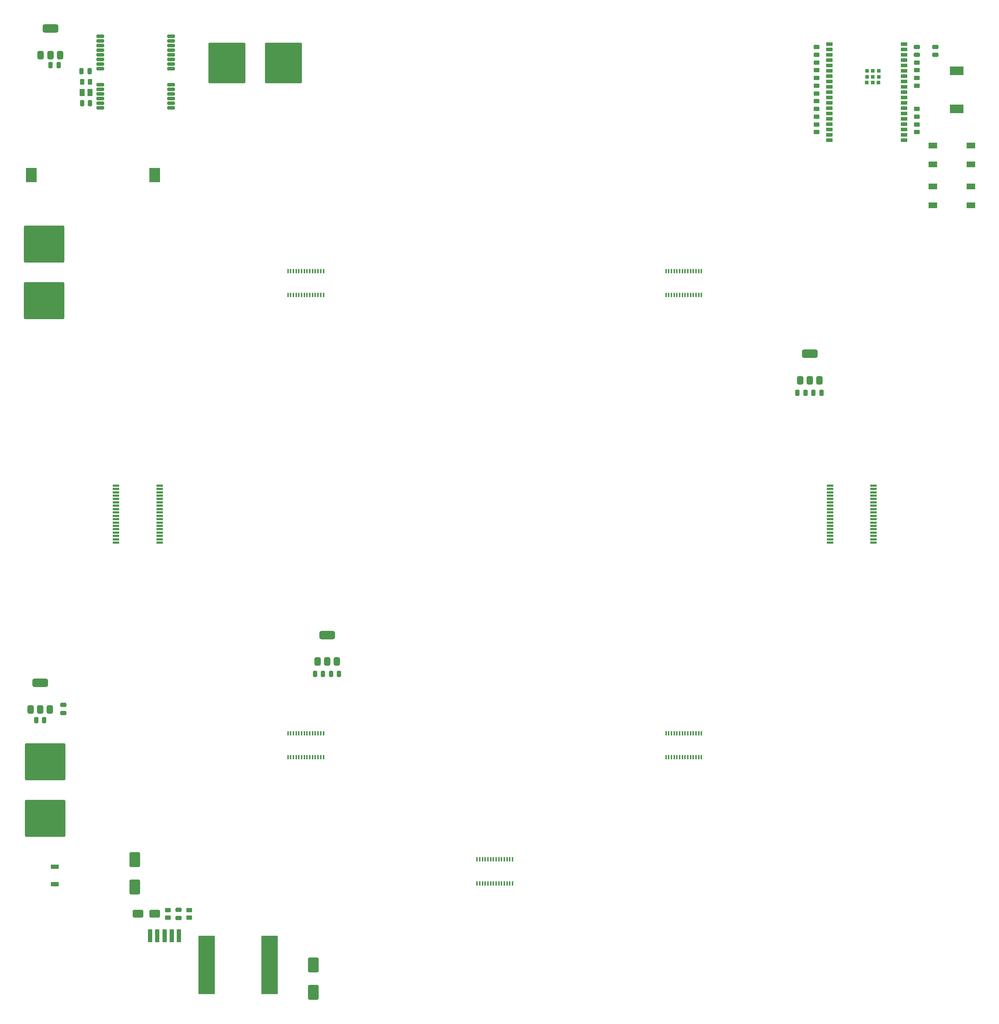
<source format=gbr>
%TF.GenerationSoftware,KiCad,Pcbnew,8.0.3*%
%TF.CreationDate,2024-06-09T22:24:32+02:00*%
%TF.ProjectId,broadcast_clock,62726f61-6463-4617-9374-5f636c6f636b,rev?*%
%TF.SameCoordinates,Original*%
%TF.FileFunction,Paste,Bot*%
%TF.FilePolarity,Positive*%
%FSLAX46Y46*%
G04 Gerber Fmt 4.6, Leading zero omitted, Abs format (unit mm)*
G04 Created by KiCad (PCBNEW 8.0.3) date 2024-06-09 22:24:32*
%MOMM*%
%LPD*%
G01*
G04 APERTURE LIST*
G04 Aperture macros list*
%AMRoundRect*
0 Rectangle with rounded corners*
0 $1 Rounding radius*
0 $2 $3 $4 $5 $6 $7 $8 $9 X,Y pos of 4 corners*
0 Add a 4 corners polygon primitive as box body*
4,1,4,$2,$3,$4,$5,$6,$7,$8,$9,$2,$3,0*
0 Add four circle primitives for the rounded corners*
1,1,$1+$1,$2,$3*
1,1,$1+$1,$4,$5*
1,1,$1+$1,$6,$7*
1,1,$1+$1,$8,$9*
0 Add four rect primitives between the rounded corners*
20,1,$1+$1,$2,$3,$4,$5,0*
20,1,$1+$1,$4,$5,$6,$7,0*
20,1,$1+$1,$6,$7,$8,$9,0*
20,1,$1+$1,$8,$9,$2,$3,0*%
G04 Aperture macros list end*
%ADD10R,4.000000X14.000000*%
%ADD11R,3.200000X2.000000*%
%ADD12R,2.100000X1.400000*%
%ADD13R,1.200000X1.800000*%
%ADD14RoundRect,0.200000X0.700000X0.200000X-0.700000X0.200000X-0.700000X-0.200000X0.700000X-0.200000X0*%
%ADD15RoundRect,0.250000X0.450000X-0.262500X0.450000X0.262500X-0.450000X0.262500X-0.450000X-0.262500X0*%
%ADD16RoundRect,0.250000X-0.450000X0.262500X-0.450000X-0.262500X0.450000X-0.262500X0.450000X0.262500X0*%
%ADD17R,0.400000X1.100000*%
%ADD18RoundRect,0.375000X0.375000X-0.625000X0.375000X0.625000X-0.375000X0.625000X-0.375000X-0.625000X0*%
%ADD19RoundRect,0.500000X1.400000X-0.500000X1.400000X0.500000X-1.400000X0.500000X-1.400000X-0.500000X0*%
%ADD20RoundRect,0.250000X-0.475000X0.250000X-0.475000X-0.250000X0.475000X-0.250000X0.475000X0.250000X0*%
%ADD21R,2.540000X3.510000*%
%ADD22RoundRect,0.249999X-4.550001X4.150001X-4.550001X-4.150001X4.550001X-4.150001X4.550001X4.150001X0*%
%ADD23R,0.900000X0.900000*%
%ADD24R,0.900000X0.880000*%
%ADD25R,1.500000X0.900000*%
%ADD26RoundRect,0.250000X-1.000000X1.500000X-1.000000X-1.500000X1.000000X-1.500000X1.000000X1.500000X0*%
%ADD27RoundRect,0.250000X-0.250000X-0.475000X0.250000X-0.475000X0.250000X0.475000X-0.250000X0.475000X0*%
%ADD28RoundRect,0.249999X-4.150001X-4.550001X4.150001X-4.550001X4.150001X4.550001X-4.150001X4.550001X0*%
%ADD29RoundRect,0.250000X1.000000X0.650000X-1.000000X0.650000X-1.000000X-0.650000X1.000000X-0.650000X0*%
%ADD30RoundRect,0.250000X0.262500X0.450000X-0.262500X0.450000X-0.262500X-0.450000X0.262500X-0.450000X0*%
%ADD31RoundRect,0.250000X0.250000X0.475000X-0.250000X0.475000X-0.250000X-0.475000X0.250000X-0.475000X0*%
%ADD32RoundRect,0.250000X0.475000X-0.250000X0.475000X0.250000X-0.475000X0.250000X-0.475000X-0.250000X0*%
%ADD33R,1.500000X0.500000*%
%ADD34R,1.016000X3.050000*%
%ADD35RoundRect,0.250000X1.000000X-1.500000X1.000000X1.500000X-1.000000X1.500000X-1.000000X-1.500000X0*%
%ADD36R,1.890000X1.140000*%
G04 APERTURE END LIST*
D10*
%TO.C,L1*%
X76858000Y-252730000D03*
X91798000Y-252730000D03*
%TD*%
D11*
%TO.C,BZ1*%
X255397000Y-39941500D03*
X255397000Y-48958500D03*
%TD*%
D12*
%TO.C,SW2*%
X258804000Y-67473000D03*
X249704000Y-67473000D03*
X258804000Y-71973000D03*
X249704000Y-71973000D03*
%TD*%
%TO.C,SW1*%
X258804000Y-57694000D03*
X249704000Y-57694000D03*
X258804000Y-62194000D03*
X249704000Y-62194000D03*
%TD*%
D13*
%TO.C,L2*%
X47203000Y-45083000D03*
X49063000Y-45083000D03*
%TD*%
D14*
%TO.C,U9*%
X68344000Y-31736000D03*
X68344000Y-32836000D03*
X68344000Y-33936000D03*
X68344000Y-35036000D03*
X68344000Y-36136000D03*
X68344000Y-37236000D03*
X68344000Y-38336000D03*
X68344000Y-39436000D03*
X68344000Y-43236000D03*
X68344000Y-44336000D03*
X68344000Y-45436000D03*
X68344000Y-46536000D03*
X68344000Y-47636000D03*
X68344000Y-48736000D03*
X51544000Y-48736000D03*
X51544000Y-47636000D03*
X51544000Y-46536000D03*
X51544000Y-45436000D03*
X51544000Y-44336000D03*
X51544000Y-43236000D03*
X51544000Y-39436000D03*
X51544000Y-38336000D03*
X51544000Y-37236000D03*
X51544000Y-36136000D03*
X51544000Y-35036000D03*
X51544000Y-33936000D03*
X51544000Y-32836000D03*
X51544000Y-31736000D03*
%TD*%
D15*
%TO.C,R18*%
X221996000Y-43457500D03*
X221996000Y-41632500D03*
%TD*%
D16*
%TO.C,R19*%
X221996000Y-37949500D03*
X221996000Y-39774500D03*
%TD*%
D17*
%TO.C,U6*%
X104640000Y-203265000D03*
X103990000Y-203265000D03*
X103340000Y-203265000D03*
X102690000Y-203265000D03*
X102040000Y-203265000D03*
X101390000Y-203265000D03*
X100740000Y-203265000D03*
X100090000Y-203265000D03*
X99440000Y-203265000D03*
X98790000Y-203265000D03*
X98140000Y-203265000D03*
X97490000Y-203265000D03*
X96840000Y-203265000D03*
X96190000Y-203265000D03*
X96190000Y-197565000D03*
X96840000Y-197565000D03*
X97490000Y-197565000D03*
X98140000Y-197565000D03*
X98790000Y-197565000D03*
X99440000Y-197565000D03*
X100090000Y-197565000D03*
X100740000Y-197565000D03*
X101390000Y-197565000D03*
X102040000Y-197565000D03*
X102690000Y-197565000D03*
X103340000Y-197565000D03*
X103990000Y-197565000D03*
X104640000Y-197565000D03*
%TD*%
D18*
%TO.C,U14*%
X222715000Y-113565000D03*
X220415000Y-113565000D03*
D19*
X220415000Y-107265000D03*
D18*
X218115000Y-113565000D03*
%TD*%
D16*
%TO.C,R15*%
X245872000Y-52681500D03*
X245872000Y-54506500D03*
%TD*%
D20*
%TO.C,C20*%
X42672000Y-190820000D03*
X42672000Y-192720000D03*
%TD*%
D21*
%TO.C,BT1*%
X35104000Y-64770000D03*
X64464000Y-64770000D03*
%TD*%
D22*
%TO.C,C14*%
X38354000Y-204324000D03*
X38354000Y-217824000D03*
%TD*%
D18*
%TO.C,U10*%
X39511000Y-191872000D03*
X37211000Y-191872000D03*
D19*
X37211000Y-185572000D03*
D18*
X34911000Y-191872000D03*
%TD*%
D16*
%TO.C,R14*%
X245872000Y-48998500D03*
X245872000Y-50823500D03*
%TD*%
D23*
%TO.C,U3*%
X236814000Y-39949000D03*
X235414000Y-39949000D03*
X234014000Y-39949000D03*
X236814000Y-41349000D03*
X235414000Y-41349000D03*
X234014000Y-41349000D03*
D24*
X235404000Y-42729000D03*
D23*
X236804000Y-42749000D03*
X234004000Y-42749000D03*
D25*
X242824000Y-33559000D03*
X242824000Y-34829000D03*
X242824000Y-36099000D03*
X242824000Y-37369000D03*
X242824000Y-38639000D03*
X242824000Y-39909000D03*
X242824000Y-41179000D03*
X242824000Y-42449000D03*
X242824000Y-43719000D03*
X242824000Y-44989000D03*
X242824000Y-46259000D03*
X242824000Y-47529000D03*
X242824000Y-48799000D03*
X242824000Y-50069000D03*
X242824000Y-51339000D03*
X242824000Y-52609000D03*
X242824000Y-53879000D03*
X242824000Y-55149000D03*
X242824000Y-56419000D03*
X225044000Y-56419000D03*
X225044000Y-55149000D03*
X225044000Y-53879000D03*
X225044000Y-52609000D03*
X225044000Y-51339000D03*
X225044000Y-50069000D03*
X225044000Y-48799000D03*
X225044000Y-47529000D03*
X225044000Y-46259000D03*
X225044000Y-44989000D03*
X225044000Y-43719000D03*
X225044000Y-42449000D03*
X225044000Y-41179000D03*
X225044000Y-39909000D03*
X225044000Y-38639000D03*
X225044000Y-37369000D03*
X225044000Y-36099000D03*
X225044000Y-34829000D03*
X225044000Y-33559000D03*
%TD*%
D17*
%TO.C,U8*%
X149640000Y-233265000D03*
X148990000Y-233265000D03*
X148340000Y-233265000D03*
X147690000Y-233265000D03*
X147040000Y-233265000D03*
X146390000Y-233265000D03*
X145740000Y-233265000D03*
X145090000Y-233265000D03*
X144440000Y-233265000D03*
X143790000Y-233265000D03*
X143140000Y-233265000D03*
X142490000Y-233265000D03*
X141840000Y-233265000D03*
X141190000Y-233265000D03*
X141190000Y-227565000D03*
X141840000Y-227565000D03*
X142490000Y-227565000D03*
X143140000Y-227565000D03*
X143790000Y-227565000D03*
X144440000Y-227565000D03*
X145090000Y-227565000D03*
X145740000Y-227565000D03*
X146390000Y-227565000D03*
X147040000Y-227565000D03*
X147690000Y-227565000D03*
X148340000Y-227565000D03*
X148990000Y-227565000D03*
X149640000Y-227565000D03*
%TD*%
D26*
%TO.C,C25*%
X102234000Y-252696500D03*
X102234000Y-259196500D03*
%TD*%
D27*
%TO.C,C26*%
X39690000Y-38608000D03*
X41590000Y-38608000D03*
%TD*%
D28*
%TO.C,C28*%
X81642000Y-38100000D03*
X95142000Y-38100000D03*
%TD*%
D15*
%TO.C,R2*%
X221996000Y-54506500D03*
X221996000Y-52681500D03*
%TD*%
D27*
%TO.C,C27*%
X217490000Y-116586000D03*
X219390000Y-116586000D03*
%TD*%
D15*
%TO.C,R21*%
X67564000Y-241450500D03*
X67564000Y-239625500D03*
%TD*%
D29*
%TO.C,D355*%
X64484000Y-240538000D03*
X60484000Y-240538000D03*
%TD*%
D30*
%TO.C,R24*%
X49045500Y-42571000D03*
X47220500Y-42571000D03*
%TD*%
D27*
%TO.C,C32*%
X106421000Y-183465000D03*
X108321000Y-183465000D03*
%TD*%
D31*
%TO.C,C18*%
X49083000Y-47625000D03*
X47183000Y-47625000D03*
%TD*%
D17*
%TO.C,U5*%
X194640000Y-203265000D03*
X193990000Y-203265000D03*
X193340000Y-203265000D03*
X192690000Y-203265000D03*
X192040000Y-203265000D03*
X191390000Y-203265000D03*
X190740000Y-203265000D03*
X190090000Y-203265000D03*
X189440000Y-203265000D03*
X188790000Y-203265000D03*
X188140000Y-203265000D03*
X187490000Y-203265000D03*
X186840000Y-203265000D03*
X186190000Y-203265000D03*
X186190000Y-197565000D03*
X186840000Y-197565000D03*
X187490000Y-197565000D03*
X188140000Y-197565000D03*
X188790000Y-197565000D03*
X189440000Y-197565000D03*
X190090000Y-197565000D03*
X190740000Y-197565000D03*
X191390000Y-197565000D03*
X192040000Y-197565000D03*
X192690000Y-197565000D03*
X193340000Y-197565000D03*
X193990000Y-197565000D03*
X194640000Y-197565000D03*
%TD*%
D32*
%TO.C,C13*%
X245872000Y-36129000D03*
X245872000Y-34229000D03*
%TD*%
D15*
%TO.C,R16*%
X221996000Y-50823500D03*
X221996000Y-48998500D03*
%TD*%
D32*
%TO.C,C12*%
X250317000Y-36129000D03*
X250317000Y-34229000D03*
%TD*%
D27*
%TO.C,C21*%
X36261000Y-194437000D03*
X38161000Y-194437000D03*
%TD*%
D15*
%TO.C,R22*%
X245872000Y-43467500D03*
X245872000Y-41642500D03*
%TD*%
D16*
%TO.C,R13*%
X221996000Y-45315500D03*
X221996000Y-47140500D03*
%TD*%
D27*
%TO.C,C24*%
X102611000Y-183465000D03*
X104511000Y-183465000D03*
%TD*%
%TO.C,C31*%
X221300000Y-116586000D03*
X223200000Y-116586000D03*
%TD*%
D22*
%TO.C,C19*%
X38100000Y-81134000D03*
X38100000Y-94634000D03*
%TD*%
D33*
%TO.C,U1*%
X65615000Y-138615000D03*
X65615000Y-139415000D03*
X65615000Y-140215000D03*
X65615000Y-141015000D03*
X65615000Y-141815000D03*
X65615000Y-142615000D03*
X65615000Y-143415000D03*
X65615000Y-144215000D03*
X65615000Y-145015000D03*
X65615000Y-145815000D03*
X65615000Y-146615000D03*
X65615000Y-147415000D03*
X65615000Y-148215000D03*
X65615000Y-149015000D03*
X65615000Y-149815000D03*
X65615000Y-150615000D03*
X65615000Y-151415000D03*
X65615000Y-152215000D03*
X55215000Y-152215000D03*
X55215000Y-151415000D03*
X55215000Y-150615000D03*
X55215000Y-149815000D03*
X55215000Y-149015000D03*
X55215000Y-148215000D03*
X55215000Y-147415000D03*
X55215000Y-146615000D03*
X55215000Y-145815000D03*
X55215000Y-145015000D03*
X55215000Y-144215000D03*
X55215000Y-143415000D03*
X55215000Y-142615000D03*
X55215000Y-141815000D03*
X55215000Y-141015000D03*
X55215000Y-140215000D03*
X55215000Y-139415000D03*
X55215000Y-138615000D03*
%TD*%
D15*
%TO.C,R12*%
X245872000Y-39789500D03*
X245872000Y-37964500D03*
%TD*%
D16*
%TO.C,R17*%
X221996000Y-34266500D03*
X221996000Y-36091500D03*
%TD*%
D15*
%TO.C,R20*%
X72644000Y-241450500D03*
X72644000Y-239625500D03*
%TD*%
D34*
%TO.C,U11*%
X63398000Y-245770500D03*
X65100000Y-245770500D03*
X66802000Y-245770500D03*
X68504000Y-245770500D03*
X70206000Y-245770500D03*
%TD*%
D33*
%TO.C,U2*%
X235615000Y-138615000D03*
X235615000Y-139415000D03*
X235615000Y-140215000D03*
X235615000Y-141015000D03*
X235615000Y-141815000D03*
X235615000Y-142615000D03*
X235615000Y-143415000D03*
X235615000Y-144215000D03*
X235615000Y-145015000D03*
X235615000Y-145815000D03*
X235615000Y-146615000D03*
X235615000Y-147415000D03*
X235615000Y-148215000D03*
X235615000Y-149015000D03*
X235615000Y-149815000D03*
X235615000Y-150615000D03*
X235615000Y-151415000D03*
X235615000Y-152215000D03*
X225215000Y-152215000D03*
X225215000Y-151415000D03*
X225215000Y-150615000D03*
X225215000Y-149815000D03*
X225215000Y-149015000D03*
X225215000Y-148215000D03*
X225215000Y-147415000D03*
X225215000Y-146615000D03*
X225215000Y-145815000D03*
X225215000Y-145015000D03*
X225215000Y-144215000D03*
X225215000Y-143415000D03*
X225215000Y-142615000D03*
X225215000Y-141815000D03*
X225215000Y-141015000D03*
X225215000Y-140215000D03*
X225215000Y-139415000D03*
X225215000Y-138615000D03*
%TD*%
D18*
%TO.C,U13*%
X107823000Y-180467000D03*
X105523000Y-180467000D03*
D19*
X105523000Y-174167000D03*
D18*
X103223000Y-180467000D03*
%TD*%
D17*
%TO.C,U7*%
X96190000Y-87565000D03*
X96840000Y-87565000D03*
X97490000Y-87565000D03*
X98140000Y-87565000D03*
X98790000Y-87565000D03*
X99440000Y-87565000D03*
X100090000Y-87565000D03*
X100740000Y-87565000D03*
X101390000Y-87565000D03*
X102040000Y-87565000D03*
X102690000Y-87565000D03*
X103340000Y-87565000D03*
X103990000Y-87565000D03*
X104640000Y-87565000D03*
X104640000Y-93265000D03*
X103990000Y-93265000D03*
X103340000Y-93265000D03*
X102690000Y-93265000D03*
X102040000Y-93265000D03*
X101390000Y-93265000D03*
X100740000Y-93265000D03*
X100090000Y-93265000D03*
X99440000Y-93265000D03*
X98790000Y-93265000D03*
X98140000Y-93265000D03*
X97490000Y-93265000D03*
X96840000Y-93265000D03*
X96190000Y-93265000D03*
%TD*%
D32*
%TO.C,C16*%
X70104000Y-241488000D03*
X70104000Y-239588000D03*
%TD*%
D35*
%TO.C,C15*%
X59690000Y-234136000D03*
X59690000Y-227636000D03*
%TD*%
D31*
%TO.C,C17*%
X48956000Y-40005000D03*
X47056000Y-40005000D03*
%TD*%
D17*
%TO.C,U4*%
X186190000Y-87565000D03*
X186840000Y-87565000D03*
X187490000Y-87565000D03*
X188140000Y-87565000D03*
X188790000Y-87565000D03*
X189440000Y-87565000D03*
X190090000Y-87565000D03*
X190740000Y-87565000D03*
X191390000Y-87565000D03*
X192040000Y-87565000D03*
X192690000Y-87565000D03*
X193340000Y-87565000D03*
X193990000Y-87565000D03*
X194640000Y-87565000D03*
X194640000Y-93265000D03*
X193990000Y-93265000D03*
X193340000Y-93265000D03*
X192690000Y-93265000D03*
X192040000Y-93265000D03*
X191390000Y-93265000D03*
X190740000Y-93265000D03*
X190090000Y-93265000D03*
X189440000Y-93265000D03*
X188790000Y-93265000D03*
X188140000Y-93265000D03*
X187490000Y-93265000D03*
X186840000Y-93265000D03*
X186190000Y-93265000D03*
%TD*%
D36*
%TO.C,D356*%
X40640000Y-233494000D03*
X40640000Y-229294000D03*
%TD*%
D18*
%TO.C,U12*%
X41924000Y-36170000D03*
X39624000Y-36170000D03*
D19*
X39624000Y-29870000D03*
D18*
X37324000Y-36170000D03*
%TD*%
M02*

</source>
